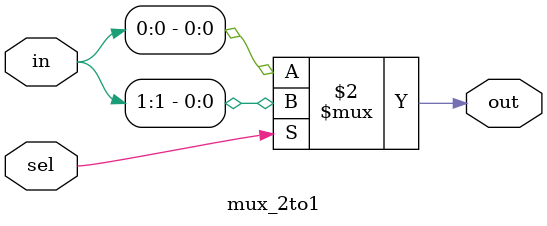
<source format=v>
module mux8to1(In, Sel, Out);
  input [7:0] In;
  input [2:0] Sel;
  output Out;
  wire Out;
  wire Out0, Out1;

  mux4to1 m1(In[3:0], Sel[1:0], Out0);
  mux4to1 m2(In[7:4], Sel[1:0], Out1);

  assign Out = (Sel[2] == 1'b0) ? Out0 : Out1;
endmodule

module mux_4to1(In, Sel, Out);
  input [3:0] In;
  input [1:0] Sel;
  output Out;
  wire Out;

    assign Out = (Sel == 2'b00) ? In[0] : 
                 (Sel == 2'b01) ? In[1] : 
                 (Sel == 2'b10) ? In[2] : 
                 In[3];
endmodule

module mux_2to1(in, sel, out);
  input [1:0] in;
  input sel;
  output out;
  wire out;

  assign out = (sel == 1'b0) ? in[0] : in[1];
endmodule

</source>
